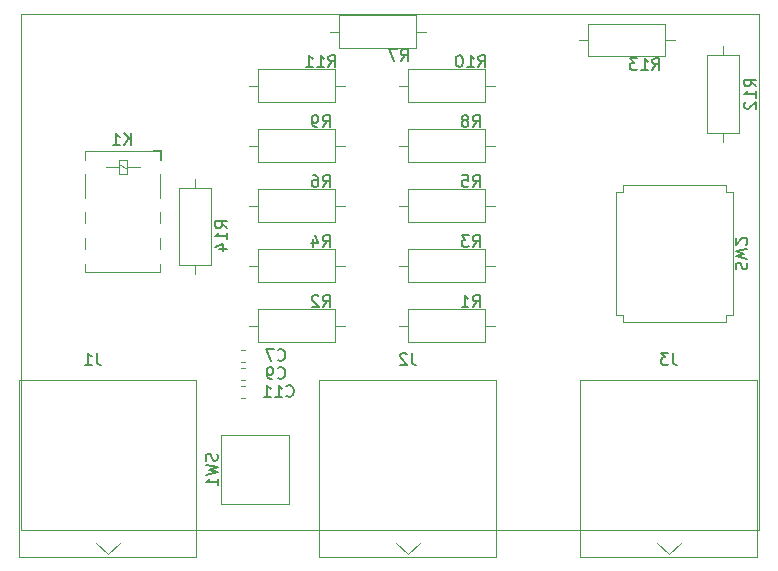
<source format=gbo>
%TF.GenerationSoftware,KiCad,Pcbnew,(6.0.7)*%
%TF.CreationDate,2022-08-24T15:11:35-04:00*%
%TF.ProjectId,hexapod_interlock,68657861-706f-4645-9f69-6e7465726c6f,rev?*%
%TF.SameCoordinates,Original*%
%TF.FileFunction,Legend,Bot*%
%TF.FilePolarity,Positive*%
%FSLAX46Y46*%
G04 Gerber Fmt 4.6, Leading zero omitted, Abs format (unit mm)*
G04 Created by KiCad (PCBNEW (6.0.7)) date 2022-08-24 15:11:35*
%MOMM*%
%LPD*%
G01*
G04 APERTURE LIST*
%TA.AperFunction,Profile*%
%ADD10C,0.100000*%
%TD*%
%ADD11C,0.150000*%
%ADD12C,0.120000*%
G04 APERTURE END LIST*
D10*
X196596000Y-140914000D02*
X196596000Y-97226000D01*
X134112000Y-97226000D02*
X196596000Y-97226000D01*
X134112000Y-140914000D02*
X196596000Y-140914000D01*
X134112000Y-97226000D02*
X134112000Y-140914000D01*
D11*
%TO.C,R2*%
X159678666Y-122062380D02*
X160012000Y-121586190D01*
X160250095Y-122062380D02*
X160250095Y-121062380D01*
X159869142Y-121062380D01*
X159773904Y-121110000D01*
X159726285Y-121157619D01*
X159678666Y-121252857D01*
X159678666Y-121395714D01*
X159726285Y-121490952D01*
X159773904Y-121538571D01*
X159869142Y-121586190D01*
X160250095Y-121586190D01*
X159297714Y-121157619D02*
X159250095Y-121110000D01*
X159154857Y-121062380D01*
X158916761Y-121062380D01*
X158821523Y-121110000D01*
X158773904Y-121157619D01*
X158726285Y-121252857D01*
X158726285Y-121348095D01*
X158773904Y-121490952D01*
X159345333Y-122062380D01*
X158726285Y-122062380D01*
%TO.C,C7*%
X155868666Y-126539142D02*
X155916285Y-126586761D01*
X156059142Y-126634380D01*
X156154380Y-126634380D01*
X156297238Y-126586761D01*
X156392476Y-126491523D01*
X156440095Y-126396285D01*
X156487714Y-126205809D01*
X156487714Y-126062952D01*
X156440095Y-125872476D01*
X156392476Y-125777238D01*
X156297238Y-125682000D01*
X156154380Y-125634380D01*
X156059142Y-125634380D01*
X155916285Y-125682000D01*
X155868666Y-125729619D01*
X155535333Y-125634380D02*
X154868666Y-125634380D01*
X155297238Y-126634380D01*
%TO.C,R11*%
X160154857Y-101742380D02*
X160488190Y-101266190D01*
X160726285Y-101742380D02*
X160726285Y-100742380D01*
X160345333Y-100742380D01*
X160250095Y-100790000D01*
X160202476Y-100837619D01*
X160154857Y-100932857D01*
X160154857Y-101075714D01*
X160202476Y-101170952D01*
X160250095Y-101218571D01*
X160345333Y-101266190D01*
X160726285Y-101266190D01*
X159202476Y-101742380D02*
X159773904Y-101742380D01*
X159488190Y-101742380D02*
X159488190Y-100742380D01*
X159583428Y-100885238D01*
X159678666Y-100980476D01*
X159773904Y-101028095D01*
X158250095Y-101742380D02*
X158821523Y-101742380D01*
X158535809Y-101742380D02*
X158535809Y-100742380D01*
X158631047Y-100885238D01*
X158726285Y-100980476D01*
X158821523Y-101028095D01*
%TO.C,K1*%
X143426095Y-108342380D02*
X143426095Y-107342380D01*
X142854666Y-108342380D02*
X143283238Y-107770952D01*
X142854666Y-107342380D02*
X143426095Y-107913809D01*
X141902285Y-108342380D02*
X142473714Y-108342380D01*
X142188000Y-108342380D02*
X142188000Y-107342380D01*
X142283238Y-107485238D01*
X142378476Y-107580476D01*
X142473714Y-107628095D01*
%TO.C,R9*%
X159678666Y-106822380D02*
X160012000Y-106346190D01*
X160250095Y-106822380D02*
X160250095Y-105822380D01*
X159869142Y-105822380D01*
X159773904Y-105870000D01*
X159726285Y-105917619D01*
X159678666Y-106012857D01*
X159678666Y-106155714D01*
X159726285Y-106250952D01*
X159773904Y-106298571D01*
X159869142Y-106346190D01*
X160250095Y-106346190D01*
X159202476Y-106822380D02*
X159012000Y-106822380D01*
X158916761Y-106774761D01*
X158869142Y-106727142D01*
X158773904Y-106584285D01*
X158726285Y-106393809D01*
X158726285Y-106012857D01*
X158773904Y-105917619D01*
X158821523Y-105870000D01*
X158916761Y-105822380D01*
X159107238Y-105822380D01*
X159202476Y-105870000D01*
X159250095Y-105917619D01*
X159297714Y-106012857D01*
X159297714Y-106250952D01*
X159250095Y-106346190D01*
X159202476Y-106393809D01*
X159107238Y-106441428D01*
X158916761Y-106441428D01*
X158821523Y-106393809D01*
X158773904Y-106346190D01*
X158726285Y-106250952D01*
%TO.C,R4*%
X159678666Y-116982380D02*
X160012000Y-116506190D01*
X160250095Y-116982380D02*
X160250095Y-115982380D01*
X159869142Y-115982380D01*
X159773904Y-116030000D01*
X159726285Y-116077619D01*
X159678666Y-116172857D01*
X159678666Y-116315714D01*
X159726285Y-116410952D01*
X159773904Y-116458571D01*
X159869142Y-116506190D01*
X160250095Y-116506190D01*
X158821523Y-116315714D02*
X158821523Y-116982380D01*
X159059619Y-115934761D02*
X159297714Y-116649047D01*
X158678666Y-116649047D01*
%TO.C,C11*%
X156598857Y-129587142D02*
X156646476Y-129634761D01*
X156789333Y-129682380D01*
X156884571Y-129682380D01*
X157027428Y-129634761D01*
X157122666Y-129539523D01*
X157170285Y-129444285D01*
X157217904Y-129253809D01*
X157217904Y-129110952D01*
X157170285Y-128920476D01*
X157122666Y-128825238D01*
X157027428Y-128730000D01*
X156884571Y-128682380D01*
X156789333Y-128682380D01*
X156646476Y-128730000D01*
X156598857Y-128777619D01*
X155646476Y-129682380D02*
X156217904Y-129682380D01*
X155932190Y-129682380D02*
X155932190Y-128682380D01*
X156027428Y-128825238D01*
X156122666Y-128920476D01*
X156217904Y-128968095D01*
X154694095Y-129682380D02*
X155265523Y-129682380D01*
X154979809Y-129682380D02*
X154979809Y-128682380D01*
X155075047Y-128825238D01*
X155170285Y-128920476D01*
X155265523Y-128968095D01*
%TO.C,SW1*%
X150728761Y-134500666D02*
X150776380Y-134643523D01*
X150776380Y-134881619D01*
X150728761Y-134976857D01*
X150681142Y-135024476D01*
X150585904Y-135072095D01*
X150490666Y-135072095D01*
X150395428Y-135024476D01*
X150347809Y-134976857D01*
X150300190Y-134881619D01*
X150252571Y-134691142D01*
X150204952Y-134595904D01*
X150157333Y-134548285D01*
X150062095Y-134500666D01*
X149966857Y-134500666D01*
X149871619Y-134548285D01*
X149824000Y-134595904D01*
X149776380Y-134691142D01*
X149776380Y-134929238D01*
X149824000Y-135072095D01*
X149776380Y-135405428D02*
X150776380Y-135643523D01*
X150062095Y-135834000D01*
X150776380Y-136024476D01*
X149776380Y-136262571D01*
X150776380Y-137167333D02*
X150776380Y-136595904D01*
X150776380Y-136881619D02*
X149776380Y-136881619D01*
X149919238Y-136786380D01*
X150014476Y-136691142D01*
X150062095Y-136595904D01*
%TO.C,J1*%
X140541333Y-125952380D02*
X140541333Y-126666666D01*
X140588952Y-126809523D01*
X140684190Y-126904761D01*
X140827047Y-126952380D01*
X140922285Y-126952380D01*
X139541333Y-126952380D02*
X140112761Y-126952380D01*
X139827047Y-126952380D02*
X139827047Y-125952380D01*
X139922285Y-126095238D01*
X140017523Y-126190476D01*
X140112761Y-126238095D01*
%TO.C,R10*%
X172854857Y-101742380D02*
X173188190Y-101266190D01*
X173426285Y-101742380D02*
X173426285Y-100742380D01*
X173045333Y-100742380D01*
X172950095Y-100790000D01*
X172902476Y-100837619D01*
X172854857Y-100932857D01*
X172854857Y-101075714D01*
X172902476Y-101170952D01*
X172950095Y-101218571D01*
X173045333Y-101266190D01*
X173426285Y-101266190D01*
X171902476Y-101742380D02*
X172473904Y-101742380D01*
X172188190Y-101742380D02*
X172188190Y-100742380D01*
X172283428Y-100885238D01*
X172378666Y-100980476D01*
X172473904Y-101028095D01*
X171283428Y-100742380D02*
X171188190Y-100742380D01*
X171092952Y-100790000D01*
X171045333Y-100837619D01*
X170997714Y-100932857D01*
X170950095Y-101123333D01*
X170950095Y-101361428D01*
X170997714Y-101551904D01*
X171045333Y-101647142D01*
X171092952Y-101694761D01*
X171188190Y-101742380D01*
X171283428Y-101742380D01*
X171378666Y-101694761D01*
X171426285Y-101647142D01*
X171473904Y-101551904D01*
X171521523Y-101361428D01*
X171521523Y-101123333D01*
X171473904Y-100932857D01*
X171426285Y-100837619D01*
X171378666Y-100790000D01*
X171283428Y-100742380D01*
%TO.C,R5*%
X172378666Y-111902380D02*
X172712000Y-111426190D01*
X172950095Y-111902380D02*
X172950095Y-110902380D01*
X172569142Y-110902380D01*
X172473904Y-110950000D01*
X172426285Y-110997619D01*
X172378666Y-111092857D01*
X172378666Y-111235714D01*
X172426285Y-111330952D01*
X172473904Y-111378571D01*
X172569142Y-111426190D01*
X172950095Y-111426190D01*
X171473904Y-110902380D02*
X171950095Y-110902380D01*
X171997714Y-111378571D01*
X171950095Y-111330952D01*
X171854857Y-111283333D01*
X171616761Y-111283333D01*
X171521523Y-111330952D01*
X171473904Y-111378571D01*
X171426285Y-111473809D01*
X171426285Y-111711904D01*
X171473904Y-111807142D01*
X171521523Y-111854761D01*
X171616761Y-111902380D01*
X171854857Y-111902380D01*
X171950095Y-111854761D01*
X171997714Y-111807142D01*
%TO.C,R6*%
X159678666Y-111902380D02*
X160012000Y-111426190D01*
X160250095Y-111902380D02*
X160250095Y-110902380D01*
X159869142Y-110902380D01*
X159773904Y-110950000D01*
X159726285Y-110997619D01*
X159678666Y-111092857D01*
X159678666Y-111235714D01*
X159726285Y-111330952D01*
X159773904Y-111378571D01*
X159869142Y-111426190D01*
X160250095Y-111426190D01*
X158821523Y-110902380D02*
X159012000Y-110902380D01*
X159107238Y-110950000D01*
X159154857Y-110997619D01*
X159250095Y-111140476D01*
X159297714Y-111330952D01*
X159297714Y-111711904D01*
X159250095Y-111807142D01*
X159202476Y-111854761D01*
X159107238Y-111902380D01*
X158916761Y-111902380D01*
X158821523Y-111854761D01*
X158773904Y-111807142D01*
X158726285Y-111711904D01*
X158726285Y-111473809D01*
X158773904Y-111378571D01*
X158821523Y-111330952D01*
X158916761Y-111283333D01*
X159107238Y-111283333D01*
X159202476Y-111330952D01*
X159250095Y-111378571D01*
X159297714Y-111473809D01*
%TO.C,J2*%
X167211333Y-125952380D02*
X167211333Y-126666666D01*
X167258952Y-126809523D01*
X167354190Y-126904761D01*
X167497047Y-126952380D01*
X167592285Y-126952380D01*
X166782761Y-126047619D02*
X166735142Y-126000000D01*
X166639904Y-125952380D01*
X166401809Y-125952380D01*
X166306571Y-126000000D01*
X166258952Y-126047619D01*
X166211333Y-126142857D01*
X166211333Y-126238095D01*
X166258952Y-126380952D01*
X166830380Y-126952380D01*
X166211333Y-126952380D01*
%TO.C,R12*%
X196370380Y-103385142D02*
X195894190Y-103051809D01*
X196370380Y-102813714D02*
X195370380Y-102813714D01*
X195370380Y-103194666D01*
X195418000Y-103289904D01*
X195465619Y-103337523D01*
X195560857Y-103385142D01*
X195703714Y-103385142D01*
X195798952Y-103337523D01*
X195846571Y-103289904D01*
X195894190Y-103194666D01*
X195894190Y-102813714D01*
X196370380Y-104337523D02*
X196370380Y-103766095D01*
X196370380Y-104051809D02*
X195370380Y-104051809D01*
X195513238Y-103956571D01*
X195608476Y-103861333D01*
X195656095Y-103766095D01*
X195465619Y-104718476D02*
X195418000Y-104766095D01*
X195370380Y-104861333D01*
X195370380Y-105099428D01*
X195418000Y-105194666D01*
X195465619Y-105242285D01*
X195560857Y-105289904D01*
X195656095Y-105289904D01*
X195798952Y-105242285D01*
X196370380Y-104670857D01*
X196370380Y-105289904D01*
%TO.C,R8*%
X172378666Y-106822380D02*
X172712000Y-106346190D01*
X172950095Y-106822380D02*
X172950095Y-105822380D01*
X172569142Y-105822380D01*
X172473904Y-105870000D01*
X172426285Y-105917619D01*
X172378666Y-106012857D01*
X172378666Y-106155714D01*
X172426285Y-106250952D01*
X172473904Y-106298571D01*
X172569142Y-106346190D01*
X172950095Y-106346190D01*
X171807238Y-106250952D02*
X171902476Y-106203333D01*
X171950095Y-106155714D01*
X171997714Y-106060476D01*
X171997714Y-106012857D01*
X171950095Y-105917619D01*
X171902476Y-105870000D01*
X171807238Y-105822380D01*
X171616761Y-105822380D01*
X171521523Y-105870000D01*
X171473904Y-105917619D01*
X171426285Y-106012857D01*
X171426285Y-106060476D01*
X171473904Y-106155714D01*
X171521523Y-106203333D01*
X171616761Y-106250952D01*
X171807238Y-106250952D01*
X171902476Y-106298571D01*
X171950095Y-106346190D01*
X171997714Y-106441428D01*
X171997714Y-106631904D01*
X171950095Y-106727142D01*
X171902476Y-106774761D01*
X171807238Y-106822380D01*
X171616761Y-106822380D01*
X171521523Y-106774761D01*
X171473904Y-106727142D01*
X171426285Y-106631904D01*
X171426285Y-106441428D01*
X171473904Y-106346190D01*
X171521523Y-106298571D01*
X171616761Y-106250952D01*
%TO.C,R7*%
X166282666Y-101234380D02*
X166616000Y-100758190D01*
X166854095Y-101234380D02*
X166854095Y-100234380D01*
X166473142Y-100234380D01*
X166377904Y-100282000D01*
X166330285Y-100329619D01*
X166282666Y-100424857D01*
X166282666Y-100567714D01*
X166330285Y-100662952D01*
X166377904Y-100710571D01*
X166473142Y-100758190D01*
X166854095Y-100758190D01*
X165949333Y-100234380D02*
X165282666Y-100234380D01*
X165711238Y-101234380D01*
%TO.C,R14*%
X151582380Y-115379142D02*
X151106190Y-115045809D01*
X151582380Y-114807714D02*
X150582380Y-114807714D01*
X150582380Y-115188666D01*
X150630000Y-115283904D01*
X150677619Y-115331523D01*
X150772857Y-115379142D01*
X150915714Y-115379142D01*
X151010952Y-115331523D01*
X151058571Y-115283904D01*
X151106190Y-115188666D01*
X151106190Y-114807714D01*
X151582380Y-116331523D02*
X151582380Y-115760095D01*
X151582380Y-116045809D02*
X150582380Y-116045809D01*
X150725238Y-115950571D01*
X150820476Y-115855333D01*
X150868095Y-115760095D01*
X150915714Y-117188666D02*
X151582380Y-117188666D01*
X150534761Y-116950571D02*
X151249047Y-116712476D01*
X151249047Y-117331523D01*
%TO.C,R13*%
X187586857Y-101996380D02*
X187920190Y-101520190D01*
X188158285Y-101996380D02*
X188158285Y-100996380D01*
X187777333Y-100996380D01*
X187682095Y-101044000D01*
X187634476Y-101091619D01*
X187586857Y-101186857D01*
X187586857Y-101329714D01*
X187634476Y-101424952D01*
X187682095Y-101472571D01*
X187777333Y-101520190D01*
X188158285Y-101520190D01*
X186634476Y-101996380D02*
X187205904Y-101996380D01*
X186920190Y-101996380D02*
X186920190Y-100996380D01*
X187015428Y-101139238D01*
X187110666Y-101234476D01*
X187205904Y-101282095D01*
X186301142Y-100996380D02*
X185682095Y-100996380D01*
X186015428Y-101377333D01*
X185872571Y-101377333D01*
X185777333Y-101424952D01*
X185729714Y-101472571D01*
X185682095Y-101567809D01*
X185682095Y-101805904D01*
X185729714Y-101901142D01*
X185777333Y-101948761D01*
X185872571Y-101996380D01*
X186158285Y-101996380D01*
X186253523Y-101948761D01*
X186301142Y-101901142D01*
%TO.C,C9*%
X155868666Y-128063142D02*
X155916285Y-128110761D01*
X156059142Y-128158380D01*
X156154380Y-128158380D01*
X156297238Y-128110761D01*
X156392476Y-128015523D01*
X156440095Y-127920285D01*
X156487714Y-127729809D01*
X156487714Y-127586952D01*
X156440095Y-127396476D01*
X156392476Y-127301238D01*
X156297238Y-127206000D01*
X156154380Y-127158380D01*
X156059142Y-127158380D01*
X155916285Y-127206000D01*
X155868666Y-127253619D01*
X155392476Y-128158380D02*
X155202000Y-128158380D01*
X155106761Y-128110761D01*
X155059142Y-128063142D01*
X154963904Y-127920285D01*
X154916285Y-127729809D01*
X154916285Y-127348857D01*
X154963904Y-127253619D01*
X155011523Y-127206000D01*
X155106761Y-127158380D01*
X155297238Y-127158380D01*
X155392476Y-127206000D01*
X155440095Y-127253619D01*
X155487714Y-127348857D01*
X155487714Y-127586952D01*
X155440095Y-127682190D01*
X155392476Y-127729809D01*
X155297238Y-127777428D01*
X155106761Y-127777428D01*
X155011523Y-127729809D01*
X154963904Y-127682190D01*
X154916285Y-127586952D01*
%TO.C,J3*%
X189309333Y-125952380D02*
X189309333Y-126666666D01*
X189356952Y-126809523D01*
X189452190Y-126904761D01*
X189595047Y-126952380D01*
X189690285Y-126952380D01*
X188928380Y-125952380D02*
X188309333Y-125952380D01*
X188642666Y-126333333D01*
X188499809Y-126333333D01*
X188404571Y-126380952D01*
X188356952Y-126428571D01*
X188309333Y-126523809D01*
X188309333Y-126761904D01*
X188356952Y-126857142D01*
X188404571Y-126904761D01*
X188499809Y-126952380D01*
X188785523Y-126952380D01*
X188880761Y-126904761D01*
X188928380Y-126857142D01*
%TO.C,SW2*%
X194679238Y-118879333D02*
X194631619Y-118736476D01*
X194631619Y-118498380D01*
X194679238Y-118403142D01*
X194726857Y-118355523D01*
X194822095Y-118307904D01*
X194917333Y-118307904D01*
X195012571Y-118355523D01*
X195060190Y-118403142D01*
X195107809Y-118498380D01*
X195155428Y-118688857D01*
X195203047Y-118784095D01*
X195250666Y-118831714D01*
X195345904Y-118879333D01*
X195441142Y-118879333D01*
X195536380Y-118831714D01*
X195584000Y-118784095D01*
X195631619Y-118688857D01*
X195631619Y-118450761D01*
X195584000Y-118307904D01*
X195631619Y-117974571D02*
X194631619Y-117736476D01*
X195345904Y-117546000D01*
X194631619Y-117355523D01*
X195631619Y-117117428D01*
X195536380Y-116784095D02*
X195584000Y-116736476D01*
X195631619Y-116641238D01*
X195631619Y-116403142D01*
X195584000Y-116307904D01*
X195536380Y-116260285D01*
X195441142Y-116212666D01*
X195345904Y-116212666D01*
X195203047Y-116260285D01*
X194631619Y-116831714D01*
X194631619Y-116212666D01*
%TO.C,R3*%
X172378666Y-116982380D02*
X172712000Y-116506190D01*
X172950095Y-116982380D02*
X172950095Y-115982380D01*
X172569142Y-115982380D01*
X172473904Y-116030000D01*
X172426285Y-116077619D01*
X172378666Y-116172857D01*
X172378666Y-116315714D01*
X172426285Y-116410952D01*
X172473904Y-116458571D01*
X172569142Y-116506190D01*
X172950095Y-116506190D01*
X172045333Y-115982380D02*
X171426285Y-115982380D01*
X171759619Y-116363333D01*
X171616761Y-116363333D01*
X171521523Y-116410952D01*
X171473904Y-116458571D01*
X171426285Y-116553809D01*
X171426285Y-116791904D01*
X171473904Y-116887142D01*
X171521523Y-116934761D01*
X171616761Y-116982380D01*
X171902476Y-116982380D01*
X171997714Y-116934761D01*
X172045333Y-116887142D01*
%TO.C,R1*%
X172378666Y-122062380D02*
X172712000Y-121586190D01*
X172950095Y-122062380D02*
X172950095Y-121062380D01*
X172569142Y-121062380D01*
X172473904Y-121110000D01*
X172426285Y-121157619D01*
X172378666Y-121252857D01*
X172378666Y-121395714D01*
X172426285Y-121490952D01*
X172473904Y-121538571D01*
X172569142Y-121586190D01*
X172950095Y-121586190D01*
X171426285Y-122062380D02*
X171997714Y-122062380D01*
X171712000Y-122062380D02*
X171712000Y-121062380D01*
X171807238Y-121205238D01*
X171902476Y-121300476D01*
X171997714Y-121348095D01*
D12*
%TO.C,R2*%
X154210000Y-122272000D02*
X160750000Y-122272000D01*
X160750000Y-122272000D02*
X160750000Y-125012000D01*
X160750000Y-125012000D02*
X154210000Y-125012000D01*
X154210000Y-125012000D02*
X154210000Y-122272000D01*
X161520000Y-123642000D02*
X160750000Y-123642000D01*
X153440000Y-123642000D02*
X154210000Y-123642000D01*
%TO.C,C7*%
X153054267Y-125672000D02*
X152761733Y-125672000D01*
X153054267Y-126692000D02*
X152761733Y-126692000D01*
%TO.C,R11*%
X160750000Y-104692000D02*
X154210000Y-104692000D01*
X154210000Y-104692000D02*
X154210000Y-101952000D01*
X154210000Y-101952000D02*
X160750000Y-101952000D01*
X153440000Y-103322000D02*
X154210000Y-103322000D01*
X160750000Y-101952000D02*
X160750000Y-104692000D01*
X161520000Y-103322000D02*
X160750000Y-103322000D01*
%TO.C,K1*%
X139588000Y-110790000D02*
X139588000Y-112790000D01*
X143088000Y-110390000D02*
X142388000Y-109990000D01*
X145888000Y-114990000D02*
X145888000Y-113990000D01*
X139588000Y-113990000D02*
X139588000Y-114990000D01*
X142388000Y-110790000D02*
X142388000Y-109590000D01*
X143088000Y-110190000D02*
X144188000Y-110190000D01*
X139588000Y-118390000D02*
X139588000Y-119090000D01*
X145988000Y-109590000D02*
X145988000Y-108790000D01*
X145888000Y-112790000D02*
X145888000Y-110790000D01*
X139588000Y-119090000D02*
X145888000Y-119090000D01*
X143088000Y-109590000D02*
X143088000Y-110790000D01*
X145888000Y-108890000D02*
X139588000Y-108890000D01*
X139588000Y-108890000D02*
X139588000Y-109590000D01*
X139588000Y-116190000D02*
X139588000Y-117190000D01*
X143088000Y-110790000D02*
X142388000Y-110790000D01*
X145888000Y-109590000D02*
X145888000Y-108890000D01*
X142388000Y-109590000D02*
X143088000Y-109590000D01*
X145888000Y-118390000D02*
X145888000Y-119090000D01*
X142388000Y-110190000D02*
X141288000Y-110190000D01*
X145888000Y-117190000D02*
X145888000Y-116190000D01*
X145988000Y-108790000D02*
X145288000Y-108790000D01*
%TO.C,R9*%
X160750000Y-109772000D02*
X154210000Y-109772000D01*
X161520000Y-108402000D02*
X160750000Y-108402000D01*
X154210000Y-107032000D02*
X160750000Y-107032000D01*
X153440000Y-108402000D02*
X154210000Y-108402000D01*
X154210000Y-109772000D02*
X154210000Y-107032000D01*
X160750000Y-107032000D02*
X160750000Y-109772000D01*
%TO.C,R4*%
X160750000Y-117192000D02*
X160750000Y-119932000D01*
X161520000Y-118562000D02*
X160750000Y-118562000D01*
X154210000Y-119932000D02*
X154210000Y-117192000D01*
X153440000Y-118562000D02*
X154210000Y-118562000D01*
X154210000Y-117192000D02*
X160750000Y-117192000D01*
X160750000Y-119932000D02*
X154210000Y-119932000D01*
%TO.C,C11*%
X153054267Y-129740000D02*
X152761733Y-129740000D01*
X153054267Y-128720000D02*
X152761733Y-128720000D01*
%TO.C,SW1*%
X156824000Y-132934000D02*
X156824000Y-138734000D01*
X151024000Y-138734000D02*
X151024000Y-132934000D01*
X151024000Y-132934000D02*
X156824000Y-132934000D01*
X151024000Y-138734000D02*
X156824000Y-138734000D01*
%TO.C,J1*%
X141478000Y-143000000D02*
X140478000Y-142000000D01*
X133978000Y-143200000D02*
X148978000Y-143200000D01*
X148978000Y-143200000D02*
X148978000Y-128200000D01*
X141478000Y-143000000D02*
X142478000Y-142000000D01*
X133978000Y-128200000D02*
X133978000Y-143200000D01*
X148978000Y-128200000D02*
X133978000Y-128200000D01*
%TO.C,R10*%
X174220000Y-103322000D02*
X173450000Y-103322000D01*
X166910000Y-101952000D02*
X173450000Y-101952000D01*
X173450000Y-101952000D02*
X173450000Y-104692000D01*
X166910000Y-104692000D02*
X166910000Y-101952000D01*
X166140000Y-103322000D02*
X166910000Y-103322000D01*
X173450000Y-104692000D02*
X166910000Y-104692000D01*
%TO.C,R5*%
X166910000Y-114852000D02*
X166910000Y-112112000D01*
X174220000Y-113482000D02*
X173450000Y-113482000D01*
X166910000Y-112112000D02*
X173450000Y-112112000D01*
X166140000Y-113482000D02*
X166910000Y-113482000D01*
X173450000Y-114852000D02*
X166910000Y-114852000D01*
X173450000Y-112112000D02*
X173450000Y-114852000D01*
%TO.C,R6*%
X161520000Y-113482000D02*
X160750000Y-113482000D01*
X154210000Y-112112000D02*
X160750000Y-112112000D01*
X160750000Y-114852000D02*
X154210000Y-114852000D01*
X160750000Y-112112000D02*
X160750000Y-114852000D01*
X153440000Y-113482000D02*
X154210000Y-113482000D01*
X154210000Y-114852000D02*
X154210000Y-112112000D01*
%TO.C,J2*%
X174378000Y-128200000D02*
X159378000Y-128200000D01*
X166878000Y-143000000D02*
X165878000Y-142000000D01*
X166878000Y-143000000D02*
X167878000Y-142000000D01*
X159378000Y-143200000D02*
X174378000Y-143200000D01*
X174378000Y-143200000D02*
X174378000Y-128200000D01*
X159378000Y-128200000D02*
X159378000Y-143200000D01*
%TO.C,R12*%
X192178000Y-100758000D02*
X194918000Y-100758000D01*
X192178000Y-107298000D02*
X192178000Y-100758000D01*
X193548000Y-108068000D02*
X193548000Y-107298000D01*
X193548000Y-99988000D02*
X193548000Y-100758000D01*
X194918000Y-107298000D02*
X192178000Y-107298000D01*
X194918000Y-100758000D02*
X194918000Y-107298000D01*
%TO.C,R8*%
X166140000Y-108402000D02*
X166910000Y-108402000D01*
X166910000Y-109772000D02*
X166910000Y-107032000D01*
X166910000Y-107032000D02*
X173450000Y-107032000D01*
X173450000Y-109772000D02*
X166910000Y-109772000D01*
X174220000Y-108402000D02*
X173450000Y-108402000D01*
X173450000Y-107032000D02*
X173450000Y-109772000D01*
%TO.C,R7*%
X167608000Y-100120000D02*
X161068000Y-100120000D01*
X167608000Y-97380000D02*
X167608000Y-100120000D01*
X161068000Y-97380000D02*
X167608000Y-97380000D01*
X168378000Y-98750000D02*
X167608000Y-98750000D01*
X160298000Y-98750000D02*
X161068000Y-98750000D01*
X161068000Y-100120000D02*
X161068000Y-97380000D01*
%TO.C,R14*%
X148844000Y-111220000D02*
X148844000Y-111990000D01*
X150214000Y-111990000D02*
X150214000Y-118530000D01*
X147474000Y-118530000D02*
X147474000Y-111990000D01*
X147474000Y-111990000D02*
X150214000Y-111990000D01*
X150214000Y-118530000D02*
X147474000Y-118530000D01*
X148844000Y-119300000D02*
X148844000Y-118530000D01*
%TO.C,R13*%
X189460000Y-99456000D02*
X188690000Y-99456000D01*
X188690000Y-98086000D02*
X188690000Y-100826000D01*
X188690000Y-100826000D02*
X182150000Y-100826000D01*
X182150000Y-100826000D02*
X182150000Y-98086000D01*
X182150000Y-98086000D02*
X188690000Y-98086000D01*
X181380000Y-99456000D02*
X182150000Y-99456000D01*
%TO.C,C9*%
X153054267Y-128216000D02*
X152761733Y-128216000D01*
X153054267Y-127196000D02*
X152761733Y-127196000D01*
%TO.C,J3*%
X188976000Y-143000000D02*
X187976000Y-142000000D01*
X181476000Y-143200000D02*
X196476000Y-143200000D01*
X196476000Y-143200000D02*
X196476000Y-128200000D01*
X188976000Y-143000000D02*
X189976000Y-142000000D01*
X181476000Y-128200000D02*
X181476000Y-143200000D01*
X196476000Y-128200000D02*
X181476000Y-128200000D01*
%TO.C,SW2*%
X185134000Y-123346000D02*
X185134000Y-122746000D01*
X184534000Y-122746000D02*
X184534000Y-112346000D01*
X184534000Y-112346000D02*
X185134000Y-112346000D01*
X193834000Y-122746000D02*
X193834000Y-123346000D01*
X194434000Y-122746000D02*
X193834000Y-122746000D01*
X194434000Y-112346000D02*
X194434000Y-122746000D01*
X185134000Y-112346000D02*
X185134000Y-111746000D01*
X185134000Y-122746000D02*
X184534000Y-122746000D01*
X193834000Y-111746000D02*
X193834000Y-112346000D01*
X193834000Y-112346000D02*
X194434000Y-112346000D01*
X193834000Y-123346000D02*
X185134000Y-123346000D01*
X193834000Y-111746000D02*
X185134000Y-111746000D01*
%TO.C,R3*%
X173450000Y-119932000D02*
X166910000Y-119932000D01*
X166140000Y-118562000D02*
X166910000Y-118562000D01*
X173450000Y-117192000D02*
X173450000Y-119932000D01*
X174220000Y-118562000D02*
X173450000Y-118562000D01*
X166910000Y-117192000D02*
X173450000Y-117192000D01*
X166910000Y-119932000D02*
X166910000Y-117192000D01*
%TO.C,R1*%
X174220000Y-123642000D02*
X173450000Y-123642000D01*
X166910000Y-125012000D02*
X166910000Y-122272000D01*
X166910000Y-122272000D02*
X173450000Y-122272000D01*
X173450000Y-125012000D02*
X166910000Y-125012000D01*
X173450000Y-122272000D02*
X173450000Y-125012000D01*
X166140000Y-123642000D02*
X166910000Y-123642000D01*
%TD*%
M02*

</source>
